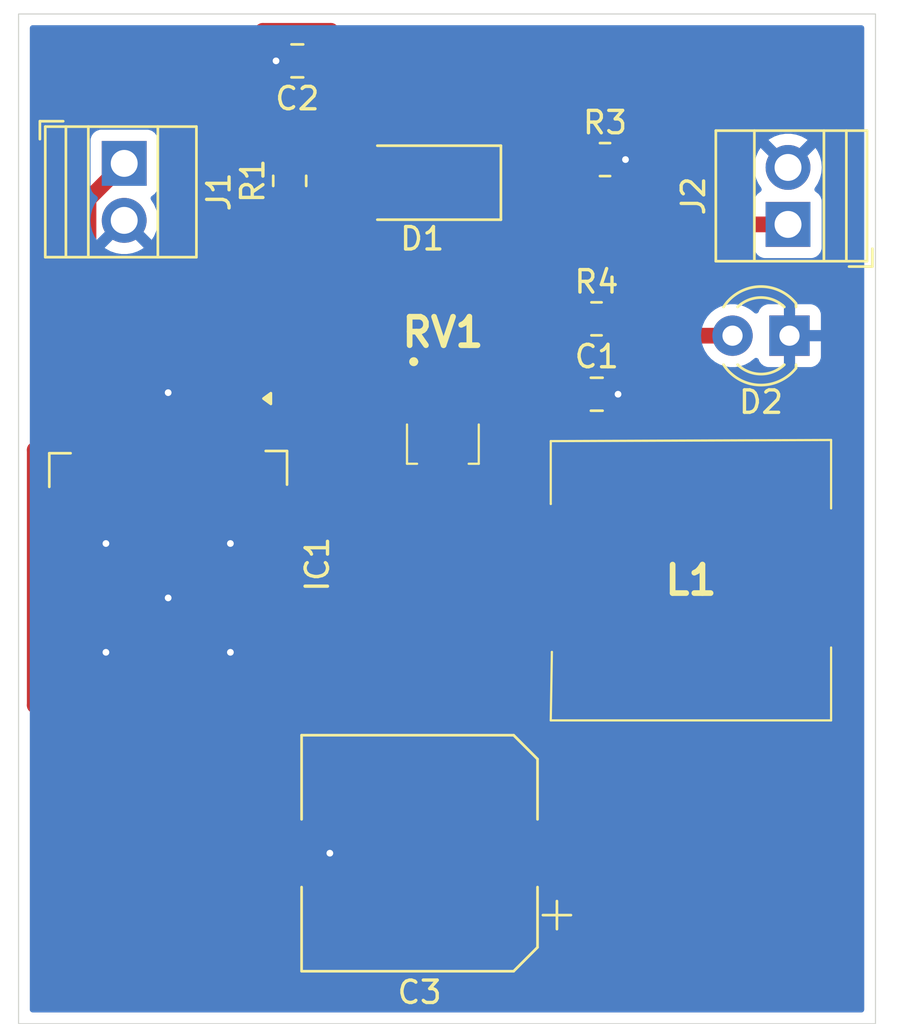
<source format=kicad_pcb>
(kicad_pcb (version 20240108) (generator "pcbnew") (generator_version "8.0")
  (layers (0 "F.Cu" signal) (31 "B.Cu" signal) (34 "B.Paste" user) (35 "F.Paste" user) (36 "B.SilkS" user "B.Silkscreen") (37 "F.SilkS" user "F.Silkscreen") (38 "B.Mask" user) (39 "F.Mask" user) (44 "Edge.Cuts" user))
  (net 0 "")
  (net 1 "GND")
  (net 2 "+5V")
  (net 3 "Net-(C2-Pad1)")
  (net 4 "Net-(D1-A)")
  (net 5 "Net-(D2-A)")
  (net 6 "Net-(IC1-FEEDBACK)")
  (net 7 "Net-(IC1-COMP)")
  (net 8 "/VOUT")
  (footprint "SamacSys_Parts:SRR1260101M" (layer "F.Cu") (at 79.41 99.33 180)
    (property "Reference" "L1" (at 0 0 0) (layer "F.SilkS") (effects (font (size 1.27 1.27) (thickness 0.254))))
    (property "Value" "100uH" (hide yes))
    (fp_line (start 6.25 6.2) (end 6.25 3.4) (stroke (width 0.1)) (layer "F.SilkS"))
    (fp_line (start 6.25 3.4) (end 6.25 3.4) (stroke (width 0.1)) (layer "F.SilkS"))
    (fp_line (start 6.25 -6.25) (end 6.2 -3.2) (stroke (width 0.1)) (layer "F.SilkS"))
    (fp_line (start 6.2 -3.2) (end 6.2 -3.2) (stroke (width 0.1)) (layer "F.SilkS"))
    (fp_line (start -6.25 6.25) (end 6.25 6.2) (stroke (width 0.1)) (layer "F.SilkS"))
    (fp_line (start -6.25 3.2) (end -6.25 6.25) (stroke (width 0.1)) (layer "F.SilkS"))
    (fp_line (start -6.25 -3) (end -6.25 -6.25) (stroke (width 0.1)) (layer "F.SilkS"))
    (fp_line (start -6.25 -6.25) (end 6.25 -6.25) (stroke (width 0.1)) (layer "F.SilkS"))
    (pad "1" smd rect (at -4.85 0 180) (size 2.9 5.4) (layers "F.Cu" "F.Paste" "F.Mask") (net 2 "+5V"))
    (pad "2" smd rect (at 4.85 0 180) (size 2.9 5.4) (layers "F.Cu" "F.Paste" "F.Mask") (net 4 "Net-(D1-A)"))
  )
  (footprint "Resistor_SMD:R_0805_2012Metric" (layer "F.Cu") (at 75.58 80.58)
    (property "Reference" "R3" (at 0 -1.65 0) (layer "F.SilkS"))
    (property "Value" "2K")
    (fp_line (start -0.227064 -0.735) (end 0.227064 -0.735) (stroke (width 0.12)) (layer "F.SilkS"))
    (fp_line (start -0.227064 0.735) (end 0.227064 0.735) (stroke (width 0.12)) (layer "F.SilkS"))
    (pad "1" smd roundrect (at -0.9125 0) (size 1.025 1.4) (layers "F.Cu" "F.Paste" "F.Mask") (roundrect_rratio 0.243902) (net 6 "Net-(IC1-FEEDBACK)"))
    (pad "2" smd roundrect (at 0.9125 0) (size 1.025 1.4) (layers "F.Cu" "F.Paste" "F.Mask") (roundrect_rratio 0.243902) (net 1 "GND"))
  )
  (footprint "Resistor_SMD:R_0805_2012Metric" (layer "F.Cu") (at 75.2 87.68)
    (property "Reference" "R4" (at 0 -1.65 0) (layer "F.SilkS"))
    (property "Value" "1K")
    (fp_line (start -0.227064 -0.735) (end 0.227064 -0.735) (stroke (width 0.12)) (layer "F.SilkS"))
    (fp_line (start -0.227064 0.735) (end 0.227064 0.735) (stroke (width 0.12)) (layer "F.SilkS"))
    (pad "1" smd roundrect (at -0.9125 0) (size 1.025 1.4) (layers "F.Cu" "F.Paste" "F.Mask") (roundrect_rratio 0.243902) (net 8 "/VOUT"))
    (pad "2" smd roundrect (at 0.9125 0) (size 1.025 1.4) (layers "F.Cu" "F.Paste" "F.Mask") (roundrect_rratio 0.243902) (net 5 "Net-(D2-A)"))
  )
  (footprint "Capacitor_SMD:CP_Elec_10x10" (layer "F.Cu") (at 67.31 111.5 180)
    (property "Reference" "C3" (at 0 -6.2 0) (layer "F.SilkS"))
    (property "Value" "680uF")
    (fp_line (start 5.26 5.26) (end 5.26 1.51) (stroke (width 0.12)) (layer "F.SilkS"))
    (fp_line (start 5.26 -5.26) (end 5.26 -1.51) (stroke (width 0.12)) (layer "F.SilkS"))
    (fp_line (start -4.195563 5.26) (end 5.26 5.26) (stroke (width 0.12)) (layer "F.SilkS"))
    (fp_line (start -4.195563 -5.26) (end 5.26 -5.26) (stroke (width 0.12)) (layer "F.SilkS"))
    (fp_line (start -5.26 4.195563) (end -4.195563 5.26) (stroke (width 0.12)) (layer "F.SilkS"))
    (fp_line (start -5.26 4.195563) (end -5.26 1.51) (stroke (width 0.12)) (layer "F.SilkS"))
    (fp_line (start -5.26 -4.195563) (end -4.195563 -5.26) (stroke (width 0.12)) (layer "F.SilkS"))
    (fp_line (start -5.26 -4.195563) (end -5.26 -1.51) (stroke (width 0.12)) (layer "F.SilkS"))
    (fp_line (start -6.125 -3.385) (end -6.125 -2.135) (stroke (width 0.12)) (layer "F.SilkS"))
    (fp_line (start -6.75 -2.76) (end -5.5 -2.76) (stroke (width 0.12)) (layer "F.SilkS"))
    (pad "1" smd roundrect (at -4 0 180) (size 4 2.5) (layers "F.Cu" "F.Paste" "F.Mask") (roundrect_rratio 0.1) (net 8 "/VOUT"))
    (pad "2" smd roundrect (at 4 0 180) (size 4 2.5) (layers "F.Cu" "F.Paste" "F.Mask") (roundrect_rratio 0.1) (net 1 "GND"))
  )
  (footprint "SamacSys_Parts:3313J1503E" (layer "F.Cu") (at 68.35 92.39 180)
    (property "Reference" "RV1" (at 0 4.11 0) (layer "F.SilkS") (effects (font (size 1.27 1.27) (thickness 0.254))))
    (property "Value" "10K" (hide yes))
    (fp_line (start 1.6 -1.75) (end 1.6 0) (stroke (width 0.1)) (layer "F.SilkS"))
    (fp_line (start 1.4 2.8) (end 1.4 2.8) (stroke (width 0.2)) (layer "F.SilkS"))
    (fp_line (start 1.2 2.8) (end 1.2 2.8) (stroke (width 0.2)) (layer "F.SilkS"))
    (fp_line (start 1.15 -1.75) (end 1.6 -1.75) (stroke (width 0.1)) (layer "F.SilkS"))
    (fp_line (start -1.6 0) (end -1.6 -1.75) (stroke (width 0.1)) (layer "F.SilkS"))
    (fp_line (start -1.6 -1.75) (end -1.15 -1.75) (stroke (width 0.1)) (layer "F.SilkS"))
    (fp_arc (start 1.4 2.8) (mid 1.3 2.9) (end 1.2 2.8) (stroke (width 0.2)) (layer "F.SilkS"))
    (fp_arc (start 1.2 2.8) (mid 1.3 2.7) (end 1.4 2.8) (stroke (width 0.2)) (layer "F.SilkS"))
    (pad "1" smd rect (at 1.15 1.45 180) (size 1.1 1.6) (layers "F.Cu" "F.Paste" "F.Mask") (net 6 "Net-(IC1-FEEDBACK)"))
    (pad "2" smd rect (at 0 -1.45 270) (size 1.6 1.6) (layers "F.Cu" "F.Paste" "F.Mask") (net 8 "/VOUT"))
    (pad "3" smd rect (at -1.15 1.45 180) (size 1.1 1.6) (layers "F.Cu" "F.Paste" "F.Mask") (net 8 "/VOUT"))
  )
  (footprint "Capacitor_SMD:C_0805_2012Metric" (layer "F.Cu") (at 61.86 76.18 180)
    (property "Reference" "C2" (at 0 -1.68 0) (layer "F.SilkS"))
    (property "Value" "0.33uF")
    (fp_line (start -0.261252 0.735) (end 0.261252 0.735) (stroke (width 0.12)) (layer "F.SilkS"))
    (fp_line (start -0.261252 -0.735) (end 0.261252 -0.735) (stroke (width 0.12)) (layer "F.SilkS"))
    (pad "1" smd roundrect (at -0.95 0 180) (size 1 1.45) (layers "F.Cu" "F.Paste" "F.Mask") (net 3 "Net-(C2-Pad1)"))
    (pad "2" smd roundrect (at 0.95 0 180) (size 1 1.45) (layers "F.Cu" "F.Paste" "F.Mask") (net 1 "GND"))
  )
  (footprint "LED_THT:LED_D3.0mm" (layer "F.Cu") (at 83.805 88.43 180)
    (property "Reference" "D2" (at 1.27 -2.96 0) (layer "F.SilkS"))
    (property "Value" "LED")
    (fp_line (start -0.29 1.28) (end -0.29 1.436) (stroke (width 0.12)) (layer "F.SilkS"))
    (fp_line (start -0.29 -1.448341) (end -0.29 -1.292341) (stroke (width 0.12)) (layer "F.SilkS"))
    (fp_arc (start 2.942335 1.278608) (mid 1.366487 2.187659) (end -0.29 1.435516) (stroke (width 0.12)) (layer "F.SilkS"))
    (fp_arc (start 2.31113 1.279837) (mid 1.270117 1.7) (end 0.229039 1.28) (stroke (width 0.12)) (layer "F.SilkS"))
    (fp_arc (start 0.229039 -1.292341) (mid 1.270117 -1.712341) (end 2.31113 -1.292178) (stroke (width 0.12)) (layer "F.SilkS"))
    (fp_arc (start -0.29 -1.447857) (mid 1.366487 -2.2) (end 2.942335 -1.290949) (stroke (width 0.12)) (layer "F.SilkS"))
    (pad "1" thru_hole rect (at 0 0 180) (size 1.8 1.8) (drill 0.9) (layers "*.Cu" "*.Mask") (net 1 "GND"))
    (pad "2" thru_hole circle (at 2.54 0 180) (size 1.8 1.8) (drill 0.9) (layers "*.Cu" "*.Mask") (net 5 "Net-(D2-A)"))
  )
  (footprint "TerminalBlock:TerminalBlock_Xinya_XY308-2.54-2P_1x02_P2.54mm_Horizontal" (layer "F.Cu") (at 54.14 80.75 -90)
    (property "Reference" "J1" (at 1.27 -4.22 90) (layer "F.SilkS"))
    (property "Value" "Screw_Terminal_01x02")
    (fp_line (start -1.88 3.76) (end -1.08 3.76) (stroke (width 0.12)) (layer "F.SilkS"))
    (fp_line (start -1.64 3.52) (end 4.18 3.52) (stroke (width 0.12)) (layer "F.SilkS"))
    (fp_line (start -1.88 2.72) (end -1.88 3.76) (stroke (width 0.12)) (layer "F.SilkS"))
    (fp_line (start -1.64 2.6) (end 4.18 2.6) (stroke (width 0.12)) (layer "F.SilkS"))
    (fp_line (start -1.64 1.6) (end 4.18 1.6) (stroke (width 0.12)) (layer "F.SilkS"))
    (fp_line (start -1.64 -1.501) (end 4.18 -1.501) (stroke (width 0.12)) (layer "F.SilkS"))
    (fp_line (start -1.64 -3.22) (end -1.64 3.52) (stroke (width 0.12)) (layer "F.SilkS"))
    (fp_line (start -1.64 -3.22) (end 4.18 -3.22) (stroke (width 0.12)) (layer "F.SilkS"))
    (fp_line (start 4.18 -3.22) (end 4.18 3.52) (stroke (width 0.12)) (layer "F.SilkS"))
    (pad "1" thru_hole rect (at 0 0 270) (size 2 2) (drill 1.2) (layers "*.Cu" "*.Mask") (net 2 "+5V"))
    (pad "2" thru_hole circle (at 2.54 0 270) (size 2 2) (drill 1.2) (layers "*.Cu" "*.Mask") (net 1 "GND"))
  )
  (footprint "Package_TO_SOT_SMD:TO-263-5_TabPin3" (layer "F.Cu") (at 56.1 98.62 -90)
    (property "Reference" "IC1" (at 0 -6.65 90) (layer "F.SilkS"))
    (property "Value" "LM2577T-ADJ_NOPB")
    (fp_line (start -4.95 5.3) (end -4.95 4.35) (stroke (width 0.12)) (layer "F.SilkS"))
    (fp_line (start -3.45 5.3) (end -4.95 5.3) (stroke (width 0.12)) (layer "F.SilkS"))
    (fp_line (start -5.05 -5.3) (end -5.05 -4.35) (stroke (width 0.12)) (layer "F.SilkS"))
    (fp_line (start -3.55 -5.3) (end -5.05 -5.3) (stroke (width 0.12)) (layer "F.SilkS"))
    (fp_poly (pts (xy -7.3875 -4.25) (xy -7.6275 -4.58) (xy -7.1475 -4.58) (xy -7.3875 -4.25)) (stroke (width 0.12)) (fill solid) (layer "F.SilkS"))
    (pad "1" smd roundrect (at -7.65 -3.4 270) (size 4.6 1.1) (layers "F.Cu" "F.Paste" "F.Mask") (roundrect_rratio 0.227273) (net 7 "Net-(IC1-COMP)"))
    (pad "2" smd roundrect (at -7.65 -1.7 270) (size 4.6 1.1) (layers "F.Cu" "F.Paste" "F.Mask") (roundrect_rratio 0.227273) (net 6 "Net-(IC1-FEEDBACK)"))
    (pad "3" smd roundrect (at -7.65 0 270) (size 4.6 1.1) (layers "F.Cu" "F.Paste" "F.Mask") (roundrect_rratio 0.227273) (net 1 "GND"))
    (pad "3" smd roundrect (at -0.925 -2.775 270) (size 4.55 5.25) (layers "F.Cu" "F.Paste") (roundrect_rratio 0.054945) (net 1 "GND"))
    (pad "3" smd roundrect (at -0.925 2.775 270) (size 4.55 5.25) (layers "F.Cu" "F.Paste") (roundrect_rratio 0.054945) (net 1 "GND"))
    (pad "3" smd roundrect (at 1.5 0 270) (size 9.4 10.8) (layers "F.Cu" "F.Mask") (roundrect_rratio 0.026596) (net 1 "GND"))
    (pad "3" smd roundrect (at 3.925 -2.775 270) (size 4.55 5.25) (layers "F.Cu" "F.Paste") (roundrect_rratio 0.054945) (net 1 "GND"))
    (pad "3" smd roundrect (at 3.925 2.775 270) (size 4.55 5.25) (layers "F.Cu" "F.Paste") (roundrect_rratio 0.054945) (net 1 "GND"))
    (pad "4" smd roundrect (at -7.65 1.7 270) (size 4.6 1.1) (layers "F.Cu" "F.Paste" "F.Mask") (roundrect_rratio 0.227273) (net 4 "Net-(D1-A)"))
    (pad "5" smd roundrect (at -7.65 3.4 270) (size 4.6 1.1) (layers "F.Cu" "F.Paste" "F.Mask") (roundrect_rratio 0.227273) (net 2 "+5V"))
  )
  (footprint "Diode_SMD:D_SMA" (layer "F.Cu") (at 67.4275 81.61 180)
    (property "Reference" "D1" (at 0 -2.5 0) (layer "F.SilkS"))
    (property "Value" "SS34")
    (fp_line (start -3.51 1.65) (end 2 1.65) (stroke (width 0.12)) (layer "F.SilkS"))
    (fp_line (start -3.51 -1.65) (end 2 -1.65) (stroke (width 0.12)) (layer "F.SilkS"))
    (fp_line (start -3.51 -1.65) (end -3.51 1.65) (stroke (width 0.12)) (layer "F.SilkS"))
    (pad "1" smd roundrect (at -2 0 180) (size 2.5 1.8) (layers "F.Cu" "F.Paste" "F.Mask") (roundrect_rratio 0.1388888889) (net 8 "/VOUT"))
    (pad "2" smd roundrect (at 2 0 180) (size 2.5 1.8) (layers "F.Cu" "F.Paste" "F.Mask") (roundrect_rratio 0.1388888889) (net 4 "Net-(D1-A)"))
  )
  (footprint "TerminalBlock:TerminalBlock_Xinya_XY308-2.54-2P_1x02_P2.54mm_Horizontal" (layer "F.Cu") (at 83.74 83.47 90)
    (property "Reference" "J2" (at 1.27 -4.22 90) (layer "F.SilkS"))
    (property "Value" "Screw_Terminal_01x02")
    (fp_line (start 4.18 -3.22) (end 4.18 3.52) (stroke (width 0.12)) (layer "F.SilkS"))
    (fp_line (start -1.64 -3.22) (end 4.18 -3.22) (stroke (width 0.12)) (layer "F.SilkS"))
    (fp_line (start -1.64 -3.22) (end -1.64 3.52) (stroke (width 0.12)) (layer "F.SilkS"))
    (fp_line (start -1.64 -1.501) (end 4.18 -1.501) (stroke (width 0.12)) (layer "F.SilkS"))
    (fp_line (start -1.64 1.6) (end 4.18 1.6) (stroke (width 0.12)) (layer "F.SilkS"))
    (fp_line (start -1.64 2.6) (end 4.18 2.6) (stroke (width 0.12)) (layer "F.SilkS"))
    (fp_line (start -1.88 2.72) (end -1.88 3.76) (stroke (width 0.12)) (layer "F.SilkS"))
    (fp_line (start -1.64 3.52) (end 4.18 3.52) (stroke (width 0.12)) (layer "F.SilkS"))
    (fp_line (start -1.88 3.76) (end -1.08 3.76) (stroke (width 0.12)) (layer "F.SilkS"))
    (pad "1" thru_hole rect (at 0 0 90) (size 2 2) (drill 1.2) (layers "*.Cu" "*.Mask") (net 8 "/VOUT"))
    (pad "2" thru_hole circle (at 2.54 0 90) (size 2 2) (drill 1.2) (layers "*.Cu" "*.Mask") (net 1 "GND"))
  )
  (footprint "Resistor_SMD:R_0805_2012Metric" (layer "F.Cu") (at 61.52 81.53 90)
    (property "Reference" "R1" (at 0 -1.65 90) (layer "F.SilkS"))
    (property "Value" "2.2K")
    (fp_line (start -0.227064 -0.735) (end 0.227064 -0.735) (stroke (width 0.12)) (layer "F.SilkS"))
    (fp_line (start -0.227064 0.735) (end 0.227064 0.735) (stroke (width 0.12)) (layer "F.SilkS"))
    (pad "1" smd roundrect (at -0.9125 0 90) (size 1.025 1.4) (layers "F.Cu" "F.Paste" "F.Mask") (roundrect_rratio 0.243902) (net 7 "Net-(IC1-COMP)"))
    (pad "2" smd roundrect (at 0.9125 0 90) (size 1.025 1.4) (layers "F.Cu" "F.Paste" "F.Mask") (roundrect_rratio 0.243902) (net 3 "Net-(C2-Pad1)"))
  )
  (footprint "Capacitor_SMD:C_0805_2012Metric" (layer "F.Cu") (at 75.21 91.04)
    (property "Reference" "C1" (at 0 -1.68 0) (layer "F.SilkS"))
    (property "Value" "0.1uF")
    (fp_line (start -0.261252 -0.735) (end 0.261252 -0.735) (stroke (width 0.12)) (layer "F.SilkS"))
    (fp_line (start -0.261252 0.735) (end 0.261252 0.735) (stroke (width 0.12)) (layer "F.SilkS"))
    (pad "1" smd roundrect (at -0.95 0) (size 1 1.45) (layers "F.Cu" "F.Paste" "F.Mask") (net 2 "+5V"))
    (pad "2" smd roundrect (at 0.95 0) (size 1 1.45) (layers "F.Cu" "F.Paste" "F.Mask") (net 1 "GND"))
  )
  (gr_rect (start 49.43 74.09) (end 87.64 119.1) (stroke (width 0.05)) (fill none) (layer "Edge.Cuts"))
  (via (at 56.1 100.12) (size 0.6) (drill 0.3) (layers "F.Cu" "B.Cu") (net 1))
  (via (at 58.875 97.695) (size 0.6) (drill 0.3) (layers "F.Cu" "B.Cu") (net 1))
  (via (at 60.91 76.18) (size 0.6) (drill 0.3) (layers "F.Cu" "B.Cu") (net 1))
  (via (at 53.325 97.695) (size 0.6) (drill 0.3) (layers "F.Cu" "B.Cu") (net 1))
  (via (at 76.16 91.04) (size 0.6) (drill 0.3) (layers "F.Cu" "B.Cu") (net 1))
  (via (at 56.1 90.97) (size 0.6) (drill 0.3) (layers "F.Cu" "B.Cu") (net 1))
  (via (at 58.875 102.545) (size 0.6) (drill 0.3) (layers "F.Cu" "B.Cu") (net 1))
  (via (at 76.4925 80.58) (size 0.6) (drill 0.3) (layers "F.Cu" "B.Cu") (net 1))
  (via (at 53.325 102.545) (size 0.6) (drill 0.3) (layers "F.Cu" "B.Cu") (net 1))
  (via (at 63.31 111.5) (size 0.6) (drill 0.3) (layers "F.Cu" "B.Cu") (net 1))
  (segment (start 50.15 104.908298) (end 58.541702 113.3) (width 0.7) (layer "F.Cu") (net 2))
  (segment (start 54.14 80.75) (end 52.548 82.342) (width 0.7) (layer "F.Cu") (net 2))
  (segment (start 50.15 93.52) (end 50.15 104.908298) (width 0.7) (layer "F.Cu") (net 2))
  (segment (start 81.8944 99.33) (end 74.26 91.6956) (width 0.7) (layer "F.Cu") (net 2))
  (segment (start 52.548 82.342) (end 52.548 90.818) (width 0.7) (layer "F.Cu") (net 2))
  (segment (start 73.45 113.3) (end 84.26 102.49) (width 0.7) (layer "F.Cu") (net 2))
  (segment (start 52.548 90.818) (end 52.7 90.97) (width 0.7) (layer "F.Cu") (net 2))
  (segment (start 84.26 102.49) (end 84.26 99.33) (width 0.7) (layer "F.Cu") (net 2))
  (segment (start 84.26 99.33) (end 81.8944 99.33) (width 0.7) (layer "F.Cu") (net 2))
  (segment (start 58.541702 113.3) (end 73.45 113.3) (width 0.7) (layer "F.Cu") (net 2))
  (segment (start 52.7 90.97) (end 50.15 93.52) (width 0.7) (layer "F.Cu") (net 2))
  (segment (start 74.26 91.6956) (end 74.26 91.04) (width 0.7) (layer "F.Cu") (net 2))
  (segment (start 61.52 77.47) (end 62.81 76.18) (width 0.7) (layer "F.Cu") (net 3))
  (segment (start 61.52 80.6175) (end 61.52 77.47) (width 0.7) (layer "F.Cu") (net 3))
  (segment (start 65.9 93.82) (end 71.41 99.33) (width 0.7) (layer "F.Cu") (net 4))
  (segment (start 54.95 93.82) (end 63.0255 93.82) (width 0.7) (layer "F.Cu") (net 4))
  (segment (start 63.0255 93.82) (end 63.0255 84.012) (width 0.7) (layer "F.Cu") (net 4))
  (segment (start 54.4 90.97) (end 54.4 93.27) (width 0.7) (layer "F.Cu") (net 4))
  (segment (start 54.4 93.27) (end 54.95 93.82) (width 0.7) (layer "F.Cu") (net 4))
  (segment (start 71.41 99.33) (end 74.56 99.33) (width 0.7) (layer "F.Cu") (net 4))
  (segment (start 63.0255 84.012) (end 65.4275 81.61) (width 0.7) (layer "F.Cu") (net 4))
  (segment (start 63.0255 93.82) (end 65.9 93.82) (width 0.7) (layer "F.Cu") (net 4))
  (segment (start 76.8625 88.43) (end 76.1125 87.68) (width 0.7) (layer "F.Cu") (net 5))
  (segment (start 81.265 88.43) (end 76.8625 88.43) (width 0.7) (layer "F.Cu") (net 5))
  (segment (start 63.3547 74.8411) (end 60.3187 74.8411) (width 0.7) (layer "F.Cu") (net 6))
  (segment (start 57.8 77.3598) (end 57.8 90.97) (width 0.7) (layer "F.Cu") (net 6))
  (segment (start 67.8659 79.3523) (end 63.3547 74.8411) (width 0.7) (layer "F.Cu") (net 6))
  (segment (start 67.8659 80.1175) (end 74.205 80.1175) (width 0.7) (layer "F.Cu") (net 6))
  (segment (start 67.2 90.94) (end 67.2 89.44) (width 0.7) (layer "F.Cu") (net 6))
  (segment (start 67.3733 80.6101) (end 67.8659 80.1175) (width 0.7) (layer "F.Cu") (net 6))
  (segment (start 60.3187 74.8411) (end 57.8 77.3598) (width 0.7) (layer "F.Cu") (net 6))
  (segment (start 67.8659 80.1175) (end 67.8659 79.3523) (width 0.7) (layer "F.Cu") (net 6))
  (segment (start 74.205 80.1175) (end 74.6675 80.58) (width 0.7) (layer "F.Cu") (net 6))
  (segment (start 67.3733 89.2667) (end 67.3733 80.6101) (width 0.7) (layer "F.Cu") (net 6))
  (segment (start 67.2 89.44) (end 67.3733 89.2667) (width 0.7) (layer "F.Cu") (net 6))
  (segment (start 59.5 84.4625) (end 59.5 90.97) (width 0.7) (layer "F.Cu") (net 7))
  (segment (start 61.52 82.4425) (end 59.5 84.4625) (width 0.7) (layer "F.Cu") (net 7))
  (segment (start 71.2457 90.94) (end 70.75 90.94) (width 0.7) (layer "F.Cu") (net 8))
  (segment (start 76.5617 106.2483) (end 76.5617 96.256) (width 0.7) (layer "F.Cu") (net 8))
  (segment (start 71.2457 90.7218) (end 74.2875 87.68) (width 0.7) (layer "F.Cu") (net 8))
  (segment (start 74.2875 85.915) (end 73.7325 85.915) (width 0.7) (layer "F.Cu") (net 8))
  (segment (start 74.2875 85.915) (end 74.2875 87.68) (width 0.7) (layer "F.Cu") (net 8))
  (segment (start 69.5 90.94) (end 70.125 90.94) (width 0.7) (layer "F.Cu") (net 8))
  (segment (start 76.5617 96.256) (end 71.2457 90.94) (width 0.7) (layer "F.Cu") (net 8))
  (segment (start 71.31 111.5) (end 76.5617 106.2483) (width 0.7) (layer "F.Cu") (net 8))
  (segment (start 68.35 93.84) (end 68.35 92.34) (width 0.7) (layer "F.Cu") (net 8))
  (segment (start 76.7325 83.47) (end 74.2875 85.915) (width 0.7) (layer "F.Cu") (net 8))
  (segment (start 83.74 83.47) (end 76.7325 83.47) (width 0.7) (layer "F.Cu") (net 8))
  (segment (start 70.125 90.94) (end 68.725 92.34) (width 0.7) (layer "F.Cu") (net 8))
  (segment (start 71.2457 90.94) (end 71.2457 90.7218) (width 0.7) (layer "F.Cu") (net 8))
  (segment (start 70.125 90.94) (end 70.75 90.94) (width 0.7) (layer "F.Cu") (net 8))
  (segment (start 73.7325 85.915) (end 69.4275 81.61) (width 0.7) (layer "F.Cu") (net 8))
  (segment (start 68.725 92.34) (end 68.35 92.34) (width 0.7) (layer "F.Cu") (net 8))
  (zone (net 1) (net_name "GND") (layer "B.Cu") (connect_pads (clearance 0.5)) (min_thickness 0.25) (fill yes (thermal_gap 0.5) (thermal_bridge_width 0.5))
    (polygon (pts (xy 49.33 73.95) (xy 49.33 118.94) (xy 87.64 119.08) (xy 87.64 74.08)))
  )
)
</source>
